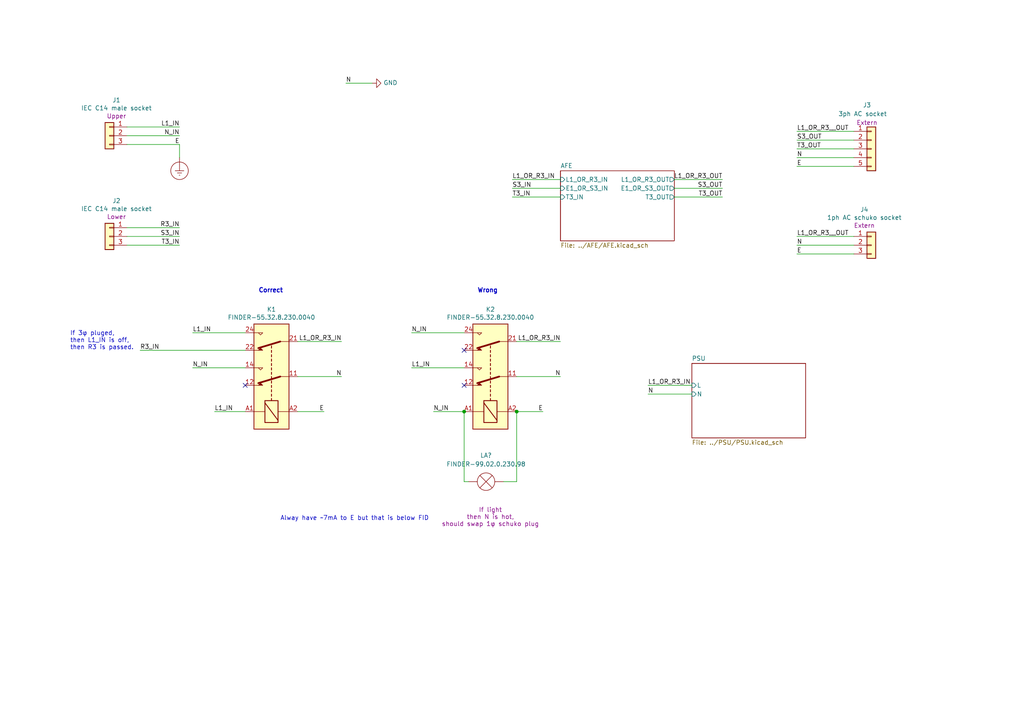
<source format=kicad_sch>
(kicad_sch (version 20211123) (generator eeschema)
  (paper "A4")
  (lib_symbols
    (symbol "Connector_Generic:Conn_01x03" (pin_names (offset 1.016) hide)
      (property "Reference" "J" (at 0 5.08 0))
      (property "Value" "Conn_01x03" (at 0 -5.08 0))
      (symbol "Conn_01x03_1_1"
        (rectangle (start -1.27 -2.413) (end 0 -2.667) (stroke (width 0.1524)))
        (rectangle (start -1.27 0.127) (end 0 -0.127) (stroke (width 0.1524)))
        (rectangle (start -1.27 2.667) (end 0 2.413) (stroke (width 0.1524)))
        (rectangle (start -1.27 3.81) (end 1.27 -3.81) (stroke (width 0.254)) (fill (type background)))
        (pin passive line (at -5.08 2.54 0) (length 3.81) (name "Pin_1") (number "1"))
        (pin passive line (at -5.08 0 0) (length 3.81) (name "Pin_2") (number "2"))
        (pin passive line (at -5.08 -2.54 0) (length 3.81) (name "Pin_3") (number "3"))
      )
    )
    (symbol "Connector_Generic:Conn_01x05" (pin_names (offset 1.016) hide)
      (property "Reference" "J" (at 0 7.62 0))
      (property "Value" "Conn_01x05" (at 0 -7.62 0))
      (symbol "Conn_01x05_1_1"
        (rectangle (start -1.27 -4.953) (end 0 -5.207) (stroke (width 0.1524)))
        (rectangle (start -1.27 -2.413) (end 0 -2.667) (stroke (width 0.1524)))
        (rectangle (start -1.27 0.127) (end 0 -0.127) (stroke (width 0.1524)))
        (rectangle (start -1.27 2.667) (end 0 2.413) (stroke (width 0.1524)))
        (rectangle (start -1.27 5.207) (end 0 4.953) (stroke (width 0.1524)))
        (rectangle (start -1.27 6.35) (end 1.27 -6.35) (stroke (width 0.254)) (fill (type background)))
        (pin passive line (at -5.08 5.08 0) (length 3.81) (name "Pin_1") (number "1"))
        (pin passive line (at -5.08 2.54 0) (length 3.81) (name "Pin_2") (number "2"))
        (pin passive line (at -5.08 0 0) (length 3.81) (name "Pin_3") (number "3"))
        (pin passive line (at -5.08 -2.54 0) (length 3.81) (name "Pin_4") (number "4"))
        (pin passive line (at -5.08 -5.08 0) (length 3.81) (name "Pin_5") (number "5"))
      )
    )
    (symbol "Device:Lamp" (pin_numbers hide) (pin_names (offset 0.0254) hide)
      (property "Reference" "LA" (at 0.635 3.81 0))
      (property "Value" "Lamp" (at 0.635 -3.81 0))
      (symbol "Lamp_0_1"
        (polyline (pts (xy -1.778 1.778) (xy 1.778 -1.778)))
        (polyline (pts (xy 1.778 1.778) (xy -1.778 -1.778)))
        (circle (center 0 0) (radius 2.54))
      )
      (symbol "Lamp_1_1"
        (pin passive line (at 0 -5.08 90) (length 2.54) (name "-") (number "1"))
        (pin passive line (at 0 5.08 270) (length 2.54) (name "+") (number "2"))
      )
    )
    (symbol "Local_Relays:FINDER-55.32.8.230.0040" (pin_names (offset 1.016))
      (property "Reference" "K" (at 16.51 3.81 0))
      (property "Value" "FINDER-55.32.8.230.0040" (at 16.51 1.27 0))
      (symbol "FINDER-55.32.8.230.0040_0_1"
        (rectangle (start -15.24 5.08) (end 15.24 -5.08) (stroke (width 0.254)) (fill (type background)))
        (rectangle (start -13.335 1.905) (end -6.985 -1.905) (stroke (width 0.254)))
        (polyline (pts (xy -12.7 -1.905) (xy -7.62 1.905)) (stroke (width 0.254)))
        (polyline (pts (xy -10.16 -5.08) (xy -10.16 -1.905)))
        (polyline (pts (xy -10.16 5.08) (xy -10.16 1.905)))
        (polyline (pts (xy -6.985 0) (xy -6.35 0)) (stroke (width 0.254)))
        (polyline (pts (xy -5.715 0) (xy -5.08 0)) (stroke (width 0.254)))
        (polyline (pts (xy -4.445 0) (xy -3.81 0)) (stroke (width 0.254)))
        (polyline (pts (xy -3.175 0) (xy -2.54 0)) (stroke (width 0.254)))
        (polyline (pts (xy -2.54 2.54) (xy -2.54 5.08)))
        (polyline (pts (xy -1.905 0) (xy -1.27 0)) (stroke (width 0.254)))
        (polyline (pts (xy -0.635 0) (xy 0 0)) (stroke (width 0.254)))
        (polyline (pts (xy 0 -2.54) (xy -1.905 3.81)) (stroke (width 0.508)))
        (polyline (pts (xy 0 -2.54) (xy 0 -5.08)))
        (polyline (pts (xy 0.635 0) (xy 1.27 0)) (stroke (width 0.254)))
        (polyline (pts (xy 1.905 0) (xy 2.54 0)) (stroke (width 0.254)))
        (polyline (pts (xy 2.54 2.54) (xy 2.54 5.08)))
        (polyline (pts (xy 3.175 0) (xy 3.81 0)) (stroke (width 0.254)))
        (polyline (pts (xy 4.445 0) (xy 5.08 0)) (stroke (width 0.254)))
        (polyline (pts (xy 5.715 0) (xy 6.35 0)) (stroke (width 0.254)))
        (polyline (pts (xy 6.985 0) (xy 7.62 0)) (stroke (width 0.254)))
        (polyline (pts (xy 7.62 2.54) (xy 7.62 5.08)))
        (polyline (pts (xy 8.255 0) (xy 8.89 0)) (stroke (width 0.254)))
        (polyline (pts (xy 10.16 -2.54) (xy 8.255 3.81)) (stroke (width 0.508)))
        (polyline (pts (xy 10.16 -2.54) (xy 10.16 -5.08)))
        (polyline (pts (xy 12.7 2.54) (xy 12.7 5.08)))
        (polyline (pts (xy -2.54 2.54) (xy -1.905 3.175) (xy -2.54 3.81)) (fill (type outline)))
        (polyline (pts (xy 2.54 2.54) (xy 1.905 3.175) (xy 2.54 3.81)))
        (polyline (pts (xy 7.62 2.54) (xy 8.255 3.175) (xy 7.62 3.81)) (fill (type outline)))
        (polyline (pts (xy 12.7 2.54) (xy 12.065 3.175) (xy 12.7 3.81)))
      )
      (symbol "FINDER-55.32.8.230.0040_1_1"
        (pin passive line (at 0 -7.62 90) (length 2.54) (name "~") (number "11"))
        (pin passive line (at -2.54 7.62 270) (length 2.54) (name "~") (number "12"))
        (pin passive line (at 2.54 7.62 270) (length 2.54) (name "~") (number "14"))
        (pin passive line (at 10.16 -7.62 90) (length 2.54) (name "~") (number "21"))
        (pin passive line (at 7.62 7.62 270) (length 2.54) (name "~") (number "22"))
        (pin passive line (at 12.7 7.62 270) (length 2.54) (name "~") (number "24"))
        (pin passive line (at -10.16 7.62 270) (length 2.54) (name "~") (number "A1"))
        (pin passive line (at -10.16 -7.62 90) (length 2.54) (name "~") (number "A2"))
      )
    )
    (symbol "power:Earth_Protective" (power) (pin_names (offset 0))
      (symbol "Earth_Protective_0_1"
        (circle (center 0 -3.81) (radius 2.54))
        (polyline (pts (xy -0.635 -4.445) (xy 0.635 -4.445)))
        (polyline (pts (xy -0.127 -5.08) (xy 0.127 -5.08)))
        (polyline (pts (xy 0 -3.81) (xy 0 0)))
        (polyline (pts (xy 1.27 -3.81) (xy -1.27 -3.81)))
      )
      (symbol "Earth_Protective_1_1"
        (pin power_in line (at 0 0 270) (length 0) hide (name "Earth_Protective") (number "1"))
      )
    )
    (symbol "power:GND" (power) (pin_names (offset 0))
      (property "Value" "GND" (at 0 -3.81 0))
      (symbol "GND_0_1"
        (polyline (pts (xy 0 0) (xy 0 -1.27) (xy 1.27 -1.27) (xy 0 -2.54) (xy -1.27 -1.27) (xy 0 -1.27)))
      )
      (symbol "GND_1_1"
        (pin power_in line (at 0 0 270) (length 0) hide (name "GND") (number "1"))
      )
    )
  )
  (junction (at 149.86 119.38))
  (junction (at 134.62 119.38))
  (no_connect (at 134.62 101.6))
  (no_connect (at 71.12 111.76))
  (no_connect (at 134.62 111.76))
  (wire (pts (xy 52.07 68.58) (xy 36.83 68.58)))
  (wire (pts (xy 52.07 39.37) (xy 36.83 39.37)))
  (wire (pts (xy 93.98 119.38) (xy 86.36 119.38)))
  (wire (pts (xy 209.55 54.61) (xy 195.58 54.61)))
  (wire (pts (xy 195.58 52.07) (xy 209.55 52.07)))
  (wire (pts (xy 40.64 101.6) (xy 71.12 101.6)))
  (wire (pts (xy 148.59 54.61) (xy 162.56 54.61)))
  (wire (pts (xy 187.96 111.76) (xy 200.66 111.76)))
  (wire (pts (xy 52.07 36.83) (xy 36.83 36.83)))
  (wire (pts (xy 135.89 139.7) (xy 134.62 139.7)))
  (wire (pts (xy 36.83 41.91) (xy 52.07 41.91)))
  (wire (pts (xy 52.07 41.91) (xy 52.07 45.72)))
  (wire (pts (xy 231.14 68.58) (xy 247.65 68.58)))
  (wire (pts (xy 157.48 119.38) (xy 149.86 119.38)))
  (wire (pts (xy 231.14 48.26) (xy 247.65 48.26)))
  (wire (pts (xy 99.06 99.06) (xy 86.36 99.06)))
  (wire (pts (xy 231.14 40.64) (xy 247.65 40.64)))
  (wire (pts (xy 36.83 66.04) (xy 52.07 66.04)))
  (wire (pts (xy 119.38 96.52) (xy 134.62 96.52)))
  (wire (pts (xy 162.56 109.22) (xy 149.86 109.22)))
  (wire (pts (xy 148.59 57.15) (xy 162.56 57.15)))
  (wire (pts (xy 134.62 139.7) (xy 134.62 119.38)))
  (wire (pts (xy 107.95 24.13) (xy 100.33 24.13)))
  (wire (pts (xy 149.86 139.7) (xy 149.86 119.38)))
  (wire (pts (xy 247.65 71.12) (xy 231.14 71.12)))
  (wire (pts (xy 146.05 139.7) (xy 149.86 139.7)))
  (wire (pts (xy 209.55 57.15) (xy 195.58 57.15)))
  (wire (pts (xy 162.56 99.06) (xy 149.86 99.06)))
  (wire (pts (xy 55.88 106.68) (xy 71.12 106.68)))
  (wire (pts (xy 247.65 73.66) (xy 231.14 73.66)))
  (wire (pts (xy 119.38 106.68) (xy 134.62 106.68)))
  (wire (pts (xy 231.14 38.1) (xy 247.65 38.1)))
  (wire (pts (xy 55.88 96.52) (xy 71.12 96.52)))
  (wire (pts (xy 52.07 71.12) (xy 36.83 71.12)))
  (wire (pts (xy 99.06 109.22) (xy 86.36 109.22)))
  (wire (pts (xy 62.23 119.38) (xy 71.12 119.38)))
  (wire (pts (xy 247.65 45.72) (xy 231.14 45.72)))
  (wire (pts (xy 125.73 119.38) (xy 134.62 119.38)))
  (wire (pts (xy 162.56 52.07) (xy 148.59 52.07)))
  (wire (pts (xy 187.96 114.3) (xy 200.66 114.3)))
  (wire (pts (xy 231.14 43.18) (xy 247.65 43.18)))
  (text "Correct" (at 74.93 85.09 0) (effects (font (size 1.27 1.27) bold) (justify left bottom)))
  (text "If 3φ pluged,\nthen L1_IN is off,\nthen R3 is passed." (at 20.32 101.6 0) (effects (font (size 1.27 1.27)) (justify left bottom)))
  (text "Wrong" (at 138.43 85.09 0) (effects (font (size 1.27 1.27) bold) (justify left bottom)))
  (text "Alway have ~7mA to E but that is below FID" (at 81.28 151.13 0) (effects (font (size 1.27 1.27)) (justify left bottom)))
  (label "L1_IN" (at 55.88 96.52 0))
  (label "L1_IN" (at 52.07 36.83 180))
  (label "N_IN" (at 55.88 106.68 0))
  (label "E" (at 52.07 41.91 180))
  (label "L1_OR_R3_IN" (at 162.56 99.06 180))
  (label "N" (at 231.14 45.72 0))
  (label "R3_IN" (at 52.07 66.04 180))
  (label "L1_OR_R3__OUT" (at 231.14 68.58 0))
  (label "T3_OUT" (at 231.14 43.18 0))
  (label "S3_OUT" (at 231.14 40.64 0))
  (label "N_IN" (at 52.07 39.37 180))
  (label "L1_IN" (at 119.38 106.68 0))
  (label "S3_OUT" (at 209.55 54.61 180))
  (label "N" (at 187.96 114.3 0))
  (label "L1_OR_R3_IN" (at 99.06 99.06 180))
  (label "R3_IN" (at 40.64 101.6 0))
  (label "T3_IN" (at 52.07 71.12 180))
  (label "L1_OR_R3_IN" (at 187.96 111.76 0))
  (label "L1_IN" (at 62.23 119.38 0))
  (label "N" (at 100.33 24.13 0))
  (label "N" (at 162.56 109.22 180))
  (label "L1_OR_R3_OUT" (at 209.55 52.07 180))
  (label "N" (at 231.14 71.12 0))
  (label "S3_IN" (at 52.07 68.58 180))
  (label "S3_IN" (at 148.59 54.61 0))
  (label "E" (at 157.48 119.38 180))
  (label "N_IN" (at 125.73 119.38 0))
  (label "T3_IN" (at 148.59 57.15 0))
  (label "L1_OR_R3_IN" (at 148.59 52.07 0))
  (label "N_IN" (at 119.38 96.52 0))
  (label "T3_OUT" (at 209.55 57.15 180))
  (label "E" (at 93.98 119.38 180))
  (label "L1_OR_R3__OUT" (at 231.14 38.1 0))
  (label "E" (at 231.14 73.66 0))
  (label "N" (at 99.06 109.22 180))
  (label "E" (at 231.14 48.26 0))
  (symbol (lib_id "Connector_Generic:Conn_01x03") (at 31.75 39.37 0) (mirror y) (unit 1)
    (property "Reference" "J1" (at 33.782 29.0322 0))
    (property "Value" "IEC C14 male socket" (at 33.782 31.3436 0))
    (property "Comment" "Upper" (at 33.782 33.655 0))
  )
  (symbol (lib_id "Connector_Generic:Conn_01x03") (at 31.75 68.58 0) (mirror y) (unit 1)
    (property "Reference" "J2" (at 33.782 58.2422 0))
    (property "Value" "IEC C14 male socket" (at 33.782 60.5536 0))
    (property "Comment" "Lower" (at 33.782 62.865 0))
  )
  (symbol (lib_id "Connector_Generic:Conn_01x05") (at 252.73 43.18 0) (unit 1)
    (property "Reference" "J3" (at 251.46 30.48 0))
    (property "Value" "3ph AC socket" (at 250.19 33.02 0))
    (property "Comment" "Extern" (at 251.46 35.56 0))
  )
  (symbol (lib_id "Connector_Generic:Conn_01x03") (at 252.73 71.12 0) (unit 1)
    (property "Reference" "J4" (at 250.698 60.7822 0))
    (property "Value" "1ph AC schuko socket" (at 250.698 63.0936 0))
    (property "Comment" "Extern" (at 250.698 65.405 0))
  )
  (symbol (lib_id "Local_Relays:FINDER-55.32.8.230.0040") (at 78.74 109.22 90) (unit 1)
    (property "Reference" "K1" (at 78.74 89.7382 90))
    (property "Value" "FINDER-55.32.8.230.0040" (at 78.74 92.0496 90))
    (property "Datasheet" "https://www.tme.eu/Document/59d1ac3347a64a8ec461ed3ffae7e5ea/s55en.pdf" (effects hide))
  )
  (symbol (lib_id "power:GND") (at 107.95 24.13 90) (unit 1)
    (property "Reference" "#PWR01" (effects hide))
    (property "Value" "GND" (at 111.2012 24.003 90) (effects (justify right)))
  )
  (symbol (lib_id "Device:Lamp") (at 140.97 139.7 90) (unit 1)
    (property "Reference" "LA?" (at 140.97 132.08 90))
    (property "Value" "FINDER-99.02.0.230.98" (at 140.97 134.62 90))
    (property "Comment" "If light\nthen N is hot,\nshould swap 1φ schuko plug" (at 142.24 149.86 90))
  )
  (symbol (lib_id "power:Earth_Protective") (at 52.07 45.72 0) (unit 1)
    (property "Reference" "#PWR025" (effects hide))
    (property "Value" "Earth_Protective" (effects hide))
  )
  (symbol (lib_id "Local_Relays:FINDER-55.32.8.230.0040") (at 142.24 109.22 90) (unit 1)
    (property "Reference" "K2" (at 142.24 89.7382 90))
    (property "Value" "FINDER-55.32.8.230.0040" (at 142.24 92.0496 90))
    (property "Datasheet" "https://www.tme.eu/Document/59d1ac3347a64a8ec461ed3ffae7e5ea/s55en.pdf" (effects hide))
  )
  (sheet (at 162.56 49.53) (size 33.02 20.32)
    (property "Sheet name" "AFE" (at 162.56 48.8184 0) (effects (justify left bottom)))
    (property "Sheet file" "../AFE/AFE.kicad_sch" (at 162.56 70.4346 0) (effects (justify left top)))
    (pin "L1_OR_R3_IN" input (at 162.56 52.07 180))
    (pin "E1_OR_S3_IN" input (at 162.56 54.61 180))
    (pin "T3_IN" input (at 162.56 57.15 180))
    (pin "E1_OR_S3_OUT" output (at 195.58 54.61 0))
    (pin "T3_OUT" output (at 195.58 57.15 0))
    (pin "L1_OR_R3_OUT" output (at 195.58 52.07 0))
  )
  (sheet (at 200.66 105.41) (size 33.02 21.59) (stroke (width 0.1524))
    (property "Sheet name" "PSU" (at 200.66 104.6984 0) (effects (justify left bottom)))
    (property "Sheet file" "../PSU/PSU.kicad_sch" (at 200.66 127.5846 0) (effects (justify left top)))
    (pin "L" input (at 200.66 111.76 180))
    (pin "N" input (at 200.66 114.3 180))
  )
)
</source>
